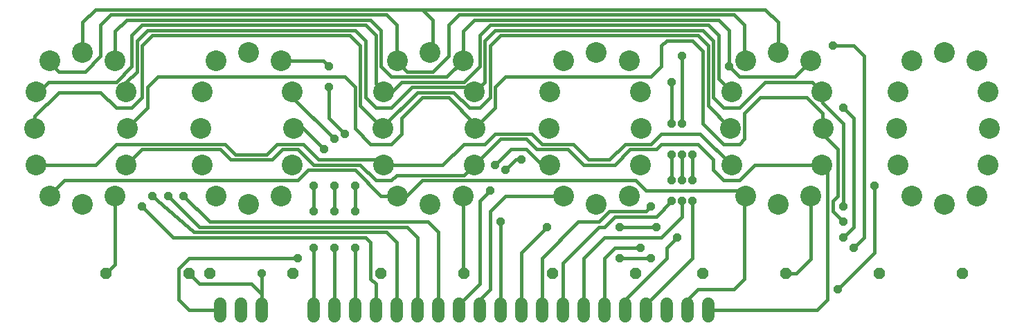
<source format=gbl>
G75*
%MOIN*%
%OFA0B0*%
%FSLAX25Y25*%
%IPPOS*%
%LPD*%
%AMOC8*
5,1,8,0,0,1.08239X$1,22.5*
%
%ADD10C,0.06000*%
%ADD11C,0.10000*%
%ADD12OC8,0.05200*%
%ADD13C,0.01600*%
%ADD14OC8,0.03962*%
D10*
X0111000Y0008000D02*
X0111000Y0014000D01*
X0121000Y0014000D02*
X0121000Y0008000D01*
X0131000Y0008000D02*
X0131000Y0014000D01*
X0156000Y0014000D02*
X0156000Y0008000D01*
X0166000Y0008000D02*
X0166000Y0014000D01*
X0176000Y0014000D02*
X0176000Y0008000D01*
X0186000Y0008000D02*
X0186000Y0014000D01*
X0196000Y0014000D02*
X0196000Y0008000D01*
X0206000Y0008000D02*
X0206000Y0014000D01*
X0216000Y0014000D02*
X0216000Y0008000D01*
X0226000Y0008000D02*
X0226000Y0014000D01*
X0236000Y0014000D02*
X0236000Y0008000D01*
X0246000Y0008000D02*
X0246000Y0014000D01*
X0256000Y0014000D02*
X0256000Y0008000D01*
X0266000Y0008000D02*
X0266000Y0014000D01*
X0276000Y0014000D02*
X0276000Y0008000D01*
X0286000Y0008000D02*
X0286000Y0014000D01*
X0296000Y0014000D02*
X0296000Y0008000D01*
X0306000Y0008000D02*
X0306000Y0014000D01*
X0316000Y0014000D02*
X0316000Y0008000D01*
X0326000Y0008000D02*
X0326000Y0014000D01*
X0336000Y0014000D02*
X0336000Y0008000D01*
X0346000Y0008000D02*
X0346000Y0014000D01*
D11*
X0379750Y0061817D03*
X0364002Y0065754D03*
X0395498Y0065754D03*
X0400872Y0080783D03*
X0437378Y0080783D03*
X0480872Y0080783D03*
X0475498Y0065754D03*
X0459750Y0061817D03*
X0444002Y0065754D03*
X0357378Y0080783D03*
X0313372Y0080783D03*
X0307998Y0065754D03*
X0292250Y0061817D03*
X0276502Y0065754D03*
X0269878Y0080783D03*
X0233372Y0080783D03*
X0227998Y0065754D03*
X0212250Y0061817D03*
X0196502Y0065754D03*
X0189878Y0080783D03*
X0145872Y0080783D03*
X0140498Y0065754D03*
X0124750Y0061817D03*
X0109002Y0065754D03*
X0102378Y0080783D03*
X0065872Y0080783D03*
X0060498Y0065754D03*
X0044750Y0061817D03*
X0029002Y0065754D03*
X0022378Y0080783D03*
X0021878Y0098500D03*
X0066372Y0098500D03*
X0101878Y0098500D03*
X0146372Y0098500D03*
X0189378Y0098500D03*
X0233872Y0098500D03*
X0269378Y0098500D03*
X0313872Y0098500D03*
X0356878Y0098500D03*
X0401372Y0098500D03*
X0436878Y0098500D03*
X0481372Y0098500D03*
X0480872Y0116217D03*
X0437378Y0116217D03*
X0400872Y0116217D03*
X0357378Y0116217D03*
X0364002Y0131246D03*
X0379750Y0135183D03*
X0395498Y0131246D03*
X0444002Y0131246D03*
X0459750Y0135183D03*
X0475498Y0131246D03*
X0313372Y0116217D03*
X0307998Y0131246D03*
X0292250Y0135183D03*
X0276502Y0131246D03*
X0269878Y0116217D03*
X0233372Y0116217D03*
X0227998Y0131246D03*
X0212250Y0135183D03*
X0196502Y0131246D03*
X0189878Y0116217D03*
X0145872Y0116217D03*
X0140498Y0131246D03*
X0124750Y0135183D03*
X0109002Y0131246D03*
X0102378Y0116217D03*
X0065872Y0116217D03*
X0060498Y0131246D03*
X0044750Y0135183D03*
X0029002Y0131246D03*
X0022378Y0116217D03*
D12*
X0056000Y0028500D03*
X0096000Y0028500D03*
X0106000Y0028500D03*
X0146000Y0028500D03*
X0188500Y0028500D03*
X0228500Y0028500D03*
X0271000Y0028500D03*
X0311000Y0028500D03*
X0343500Y0028500D03*
X0383500Y0028500D03*
X0428500Y0028500D03*
X0468500Y0028500D03*
D13*
X0426000Y0038500D02*
X0408500Y0021000D01*
X0403500Y0016000D02*
X0403500Y0078156D01*
X0400872Y0080783D01*
X0400656Y0081000D01*
X0368500Y0081000D01*
X0361000Y0073500D01*
X0353500Y0073500D01*
X0348500Y0078500D01*
X0348500Y0083500D01*
X0341000Y0091000D01*
X0323500Y0091000D01*
X0321000Y0088500D01*
X0308500Y0088500D01*
X0301000Y0081000D01*
X0286000Y0081000D01*
X0278500Y0088500D01*
X0263500Y0088500D01*
X0258500Y0093500D01*
X0246000Y0093500D01*
X0233372Y0080872D01*
X0233372Y0080783D01*
X0228589Y0076000D01*
X0196000Y0076000D01*
X0193500Y0073500D01*
X0186000Y0073500D01*
X0178500Y0081000D01*
X0156000Y0081000D01*
X0148500Y0088500D01*
X0141000Y0088500D01*
X0136000Y0083500D01*
X0116000Y0083500D01*
X0111000Y0088500D01*
X0073500Y0088500D01*
X0065872Y0080872D01*
X0065872Y0080783D01*
X0061000Y0091000D02*
X0051000Y0081000D01*
X0028500Y0081000D01*
X0028283Y0080783D01*
X0022378Y0080783D01*
X0036000Y0073500D02*
X0148500Y0073500D01*
X0153500Y0078500D01*
X0176000Y0078500D01*
X0188500Y0066000D01*
X0196256Y0066000D01*
X0196502Y0065754D01*
X0200754Y0065754D01*
X0208500Y0073500D01*
X0311000Y0073500D01*
X0316000Y0068500D01*
X0361256Y0068500D01*
X0364002Y0065754D01*
X0363500Y0065252D01*
X0363500Y0026000D01*
X0358500Y0021000D01*
X0341000Y0021000D01*
X0336000Y0016000D01*
X0336000Y0011000D01*
X0346000Y0011000D02*
X0398500Y0011000D01*
X0403500Y0016000D01*
X0388500Y0028500D02*
X0383500Y0028500D01*
X0388500Y0028500D02*
X0395498Y0035498D01*
X0395498Y0065754D01*
X0406000Y0063500D02*
X0406000Y0058500D01*
X0411000Y0053500D01*
X0416000Y0051000D02*
X0411000Y0046000D01*
X0416000Y0041000D02*
X0421000Y0046000D01*
X0421000Y0133500D01*
X0416000Y0138500D01*
X0406000Y0138500D01*
X0395498Y0131246D02*
X0387752Y0123500D01*
X0361000Y0123500D01*
X0356000Y0128500D01*
X0356000Y0146000D01*
X0351000Y0151000D01*
X0233500Y0151000D01*
X0227998Y0145498D01*
X0227998Y0131246D01*
X0220252Y0123500D01*
X0193500Y0123500D01*
X0188500Y0128500D01*
X0188500Y0146000D01*
X0183500Y0151000D01*
X0066000Y0151000D01*
X0060498Y0145498D01*
X0060498Y0131246D01*
X0053500Y0133500D02*
X0053500Y0148500D01*
X0058500Y0153500D01*
X0191000Y0153500D01*
X0196000Y0148500D01*
X0196000Y0131748D01*
X0196502Y0131246D01*
X0196502Y0130498D01*
X0201000Y0126000D01*
X0213500Y0126000D01*
X0221000Y0133500D01*
X0221000Y0148500D01*
X0226000Y0153500D01*
X0358500Y0153500D01*
X0363500Y0148500D01*
X0363500Y0131748D01*
X0364002Y0131246D01*
X0379750Y0135183D02*
X0379750Y0149750D01*
X0373500Y0156000D01*
X0208500Y0156000D01*
X0213500Y0151000D01*
X0213500Y0136433D01*
X0212250Y0135183D01*
X0228500Y0121000D02*
X0236000Y0128500D01*
X0236000Y0143500D01*
X0241000Y0148500D01*
X0346000Y0148500D01*
X0351000Y0143500D01*
X0351000Y0122594D01*
X0357378Y0116217D01*
X0353500Y0108500D02*
X0348500Y0113500D01*
X0348500Y0141000D01*
X0343500Y0146000D01*
X0243500Y0146000D01*
X0238500Y0141000D01*
X0238500Y0121000D01*
X0233372Y0115872D01*
X0233372Y0116217D01*
X0231089Y0118500D01*
X0203500Y0118500D01*
X0193500Y0108500D01*
X0186000Y0108500D01*
X0181000Y0113500D01*
X0181000Y0141000D01*
X0176000Y0146000D01*
X0076000Y0146000D01*
X0071000Y0141000D01*
X0071000Y0126000D01*
X0065872Y0120872D01*
X0065872Y0116217D01*
X0073500Y0113500D02*
X0073500Y0138500D01*
X0078500Y0143500D01*
X0173500Y0143500D01*
X0178500Y0138500D01*
X0178500Y0109378D01*
X0189378Y0098500D01*
X0189378Y0099378D01*
X0206000Y0116000D01*
X0223500Y0116000D01*
X0231000Y0108500D01*
X0236000Y0108500D01*
X0241000Y0113500D01*
X0241000Y0138500D01*
X0246000Y0143500D01*
X0341000Y0143500D01*
X0346000Y0138500D01*
X0346000Y0109378D01*
X0356878Y0098500D01*
X0353500Y0091000D02*
X0343500Y0101000D01*
X0343500Y0136000D01*
X0338500Y0141000D01*
X0326000Y0141000D01*
X0323500Y0138500D01*
X0323500Y0128500D01*
X0318500Y0123500D01*
X0248500Y0123500D01*
X0243500Y0118500D01*
X0243500Y0108500D01*
X0233872Y0098872D01*
X0233872Y0098500D01*
X0233500Y0098872D01*
X0233500Y0101000D01*
X0221000Y0113500D01*
X0208500Y0113500D01*
X0198500Y0103500D01*
X0198500Y0096000D01*
X0193500Y0091000D01*
X0183500Y0091000D01*
X0176000Y0098500D01*
X0176000Y0118500D01*
X0171000Y0123500D01*
X0081000Y0123500D01*
X0076000Y0118500D01*
X0076000Y0108500D01*
X0066372Y0098872D01*
X0066372Y0098500D01*
X0061000Y0091000D02*
X0113500Y0091000D01*
X0118500Y0086000D01*
X0133500Y0086000D01*
X0138500Y0091000D01*
X0151000Y0091000D01*
X0158500Y0083500D01*
X0187161Y0083500D01*
X0189878Y0080783D01*
X0218283Y0080783D01*
X0228500Y0091000D01*
X0238500Y0091000D01*
X0243500Y0096000D01*
X0261000Y0096000D01*
X0266000Y0091000D01*
X0281000Y0091000D01*
X0288500Y0083500D01*
X0298500Y0083500D01*
X0306000Y0091000D01*
X0318500Y0091000D01*
X0323500Y0096000D01*
X0342161Y0096000D01*
X0357378Y0080783D01*
X0338500Y0086000D02*
X0338500Y0073500D01*
X0333500Y0073500D02*
X0333500Y0086000D01*
X0328500Y0086000D02*
X0328500Y0073500D01*
X0328500Y0063500D02*
X0321000Y0056000D01*
X0301000Y0056000D01*
X0296000Y0051000D01*
X0293500Y0051000D01*
X0276000Y0033500D01*
X0276000Y0011000D01*
X0266000Y0011000D02*
X0266000Y0036000D01*
X0283500Y0053500D01*
X0293500Y0053500D01*
X0298500Y0058500D01*
X0316000Y0058500D01*
X0318500Y0061000D01*
X0333500Y0063500D02*
X0333500Y0056000D01*
X0323500Y0046000D01*
X0296000Y0046000D01*
X0286000Y0036000D01*
X0286000Y0011000D01*
X0296000Y0011000D02*
X0296000Y0036000D01*
X0301000Y0041000D01*
X0313500Y0041000D01*
X0326000Y0041000D02*
X0326000Y0036000D01*
X0306000Y0016000D01*
X0306000Y0011000D01*
X0316000Y0011000D02*
X0316000Y0013500D01*
X0338500Y0036000D01*
X0338500Y0063500D01*
X0363756Y0066000D02*
X0364002Y0065754D01*
X0406000Y0063500D02*
X0408500Y0066000D01*
X0408500Y0088500D01*
X0401372Y0095628D01*
X0401372Y0098500D01*
X0401000Y0098872D01*
X0401000Y0106000D01*
X0393500Y0113500D01*
X0371000Y0113500D01*
X0363500Y0106000D01*
X0363500Y0093500D01*
X0361000Y0091000D01*
X0353500Y0091000D01*
X0333500Y0101000D02*
X0333500Y0133500D01*
X0328500Y0121000D02*
X0328500Y0101000D01*
X0353500Y0108500D02*
X0361000Y0108500D01*
X0373500Y0121000D01*
X0396089Y0121000D01*
X0400872Y0116217D01*
X0401000Y0116089D01*
X0401000Y0111000D01*
X0411000Y0101000D01*
X0411000Y0061000D01*
X0416000Y0051000D02*
X0416000Y0103500D01*
X0411000Y0108500D01*
X0426000Y0071000D02*
X0426000Y0038500D01*
X0331000Y0046000D02*
X0326000Y0041000D01*
X0318500Y0036000D02*
X0303500Y0036000D01*
X0303500Y0051000D02*
X0321000Y0051000D01*
X0276502Y0065754D02*
X0276256Y0066000D01*
X0248500Y0066000D01*
X0241000Y0058500D01*
X0241000Y0021000D01*
X0236000Y0016000D01*
X0236000Y0011000D01*
X0226000Y0011000D02*
X0226000Y0013500D01*
X0236000Y0023500D01*
X0236000Y0063500D01*
X0241000Y0068500D01*
X0227998Y0065754D02*
X0227998Y0031502D01*
X0228500Y0028500D01*
X0256000Y0038500D02*
X0268500Y0051000D01*
X0246000Y0053500D02*
X0246000Y0011000D01*
X0256000Y0011000D02*
X0256000Y0038500D01*
X0216000Y0048500D02*
X0211000Y0053500D01*
X0106000Y0053500D01*
X0093500Y0066000D01*
X0086000Y0066000D02*
X0101000Y0051000D01*
X0201000Y0051000D01*
X0206000Y0046000D01*
X0206000Y0011000D01*
X0196000Y0011000D02*
X0196000Y0043500D01*
X0191000Y0048500D01*
X0098500Y0048500D01*
X0078500Y0066000D01*
X0073500Y0061000D02*
X0088500Y0046000D01*
X0181000Y0046000D01*
X0183500Y0043500D01*
X0183500Y0026000D01*
X0186000Y0023500D01*
X0186000Y0011000D01*
X0176000Y0011000D02*
X0176000Y0041000D01*
X0166000Y0041000D02*
X0166000Y0011000D01*
X0156000Y0011000D02*
X0156000Y0041000D01*
X0148500Y0036000D02*
X0096000Y0036000D01*
X0091000Y0031000D01*
X0091000Y0016000D01*
X0096000Y0011000D01*
X0111000Y0011000D01*
X0131000Y0011000D02*
X0131000Y0013500D01*
X0131000Y0018500D01*
X0131000Y0028500D01*
X0126000Y0023500D02*
X0131000Y0018500D01*
X0126000Y0023500D02*
X0101000Y0023500D01*
X0096000Y0028500D01*
X0060498Y0032998D02*
X0056000Y0028500D01*
X0060498Y0032998D02*
X0060498Y0065754D01*
X0036000Y0073500D02*
X0029002Y0066502D01*
X0029002Y0065754D01*
X0021878Y0098500D02*
X0021878Y0104378D01*
X0033500Y0116000D01*
X0053500Y0116000D01*
X0061000Y0108500D01*
X0068500Y0108500D01*
X0073500Y0113500D01*
X0061000Y0121000D02*
X0068500Y0128500D01*
X0068500Y0143500D01*
X0073500Y0148500D01*
X0181000Y0148500D01*
X0186000Y0143500D01*
X0186000Y0120094D01*
X0189878Y0116217D01*
X0193717Y0116217D01*
X0198500Y0121000D01*
X0228500Y0121000D01*
X0171000Y0096000D02*
X0163500Y0103500D01*
X0163500Y0118500D01*
X0145872Y0116217D02*
X0145872Y0113628D01*
X0166000Y0093500D01*
X0161000Y0088500D02*
X0151000Y0098500D01*
X0146372Y0098500D01*
X0156000Y0071000D02*
X0156000Y0058500D01*
X0166000Y0058500D02*
X0166000Y0071000D01*
X0176000Y0071000D02*
X0176000Y0058500D01*
X0216000Y0048500D02*
X0216000Y0011000D01*
X0248500Y0078500D02*
X0253500Y0083500D01*
X0256000Y0083500D01*
X0258500Y0088500D02*
X0266000Y0081000D01*
X0269661Y0081000D01*
X0269878Y0080783D01*
X0258500Y0088500D02*
X0251000Y0088500D01*
X0243500Y0081000D01*
X0163500Y0128500D02*
X0160754Y0131246D01*
X0140498Y0131246D01*
X0208500Y0156000D02*
X0051000Y0156000D01*
X0044750Y0149750D01*
X0044750Y0135183D01*
X0053500Y0133500D02*
X0046000Y0126000D01*
X0033500Y0126000D01*
X0029002Y0130498D01*
X0029002Y0131246D01*
X0028500Y0121000D02*
X0061000Y0121000D01*
X0028500Y0121000D02*
X0023717Y0116217D01*
X0022378Y0116217D01*
D14*
X0156000Y0071000D03*
X0166000Y0071000D03*
X0176000Y0071000D03*
X0176000Y0058500D03*
X0166000Y0058500D03*
X0156000Y0058500D03*
X0156000Y0041000D03*
X0166000Y0041000D03*
X0176000Y0041000D03*
X0148500Y0036000D03*
X0131000Y0028500D03*
X0073500Y0061000D03*
X0078500Y0066000D03*
X0086000Y0066000D03*
X0093500Y0066000D03*
X0161000Y0088500D03*
X0166000Y0093500D03*
X0171000Y0096000D03*
X0163500Y0118500D03*
X0163500Y0128500D03*
X0256000Y0083500D03*
X0248500Y0078500D03*
X0243500Y0081000D03*
X0241000Y0068500D03*
X0246000Y0053500D03*
X0268500Y0051000D03*
X0303500Y0051000D03*
X0321000Y0051000D03*
X0331000Y0046000D03*
X0313500Y0041000D03*
X0318500Y0036000D03*
X0303500Y0036000D03*
X0318500Y0061000D03*
X0328500Y0063500D03*
X0333500Y0063500D03*
X0338500Y0063500D03*
X0338500Y0073500D03*
X0333500Y0073500D03*
X0328500Y0073500D03*
X0328500Y0086000D03*
X0333500Y0086000D03*
X0338500Y0086000D03*
X0333500Y0101000D03*
X0328500Y0101000D03*
X0328500Y0121000D03*
X0356000Y0128500D03*
X0333500Y0133500D03*
X0406000Y0138500D03*
X0411000Y0108500D03*
X0426000Y0071000D03*
X0411000Y0061000D03*
X0411000Y0053500D03*
X0411000Y0046000D03*
X0416000Y0041000D03*
X0408500Y0021000D03*
M02*

</source>
